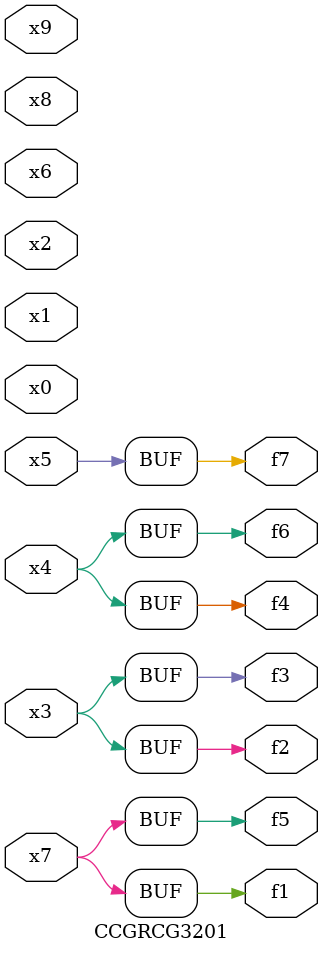
<source format=v>
module CCGRCG3201(
	input x0, x1, x2, x3, x4, x5, x6, x7, x8, x9,
	output f1, f2, f3, f4, f5, f6, f7
);
	assign f1 = x7;
	assign f2 = x3;
	assign f3 = x3;
	assign f4 = x4;
	assign f5 = x7;
	assign f6 = x4;
	assign f7 = x5;
endmodule

</source>
